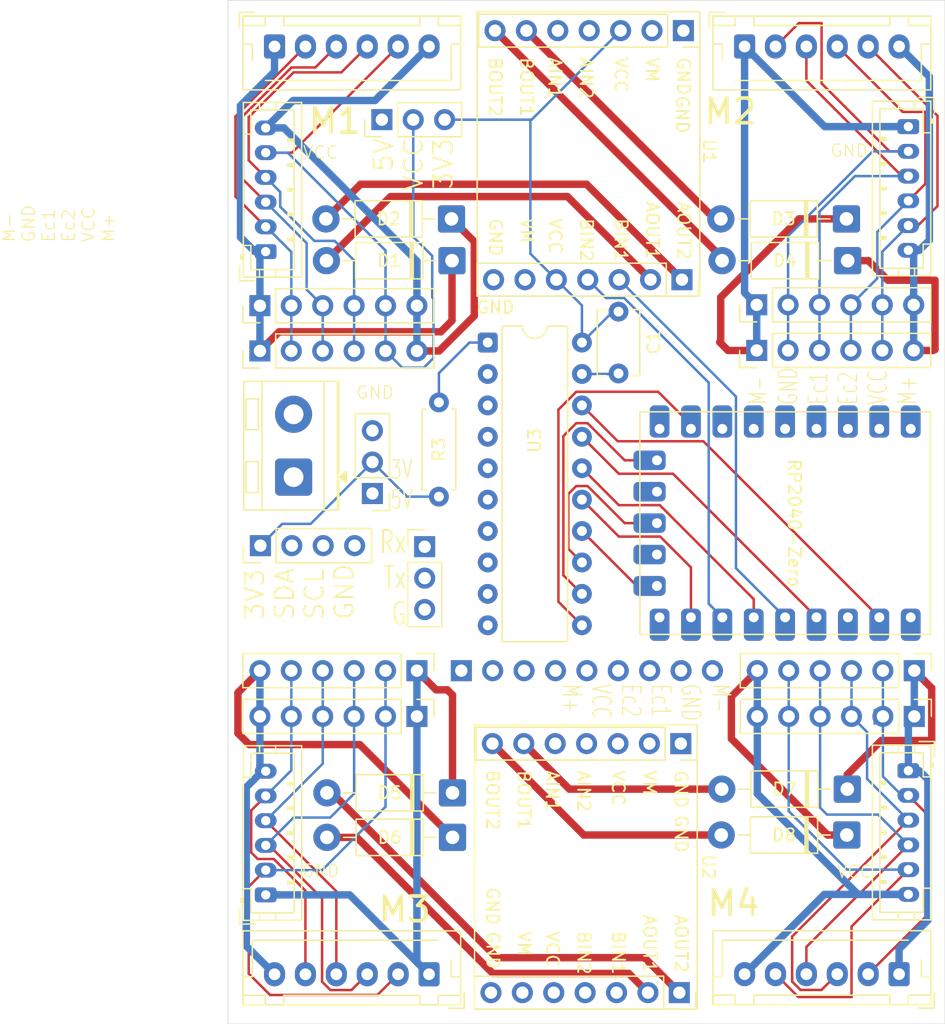
<source format=kicad_pcb>
(kicad_pcb (version 20241229) (generator "pcbnew") (generator_version "9.0")
  (layers (0 "F.Cu" signal) (4 "In1.Cu" signal) (6 "In2.Cu" signal) (2 "B.Cu" signal) (13 "F.Paste" user) (15 "B.Paste" user) (5 "F.SilkS" user "F.Silkscreen") (7 "B.SilkS" user "B.Silkscreen") (1 "F.Mask" user) (3 "B.Mask" user) (25 "Edge.Cuts" user))
  (net 0 "")
  (net 1 "/M1APWR")
  (net 2 "/M2APWR")
  (net 3 "/M2BPWR")
  (net 4 "/M3BPWR")
  (net 5 "/M3APWR")
  (net 6 "/M4APWR")
  (net 7 "/M4BPWR")
  (net 9 "+12V")
  (net 10 "/M2EA")
  (net 11 "/M2EB")
  (net 12 "+3V3")
  (net 13 "GND")
  (net 14 "/M3EB")
  (net 15 "/M3EA")
  (net 16 "/M4EB")
  (net 17 "/M4EA")
  (net 18 "/M1EB")
  (net 19 "/M1EA")
  (net 20 "/SCL1")
  (net 21 "/SDA1")
  (net 22 "/TX0")
  (net 23 "/RX0")
  (net 24 "+5V")
  (net 25 "/M2B")
  (net 26 "/M1B")
  (net 27 "/M1BPWR")
  (net 28 "/M1A")
  (net 29 "/M2A")
  (net 30 "/M3A")
  (net 31 "/M4B")
  (net 32 "/M4A")
  (net 33 "/M3B")
  (net 34 "/EncVCC")
  (net 35 "Net-(U3-DIR)")
  (net 36 "/PWM6B")
  (net 37 "/PWM0B")
  (net 38 "/PWM7B")
  (net 39 "/PWM3B")
  (net 40 "/PWM2B")
  (net 41 "/PWM1B")
  (net 42 "/PWM4B")
  (net 43 "/PWM5B")
  (net 44 "/M1APPWR")
  (net 45 "/M1BPPWR")
  (net 46 "/M2APPWR")
  (net 47 "/M2BPPWR")
  (net 48 "/M3APPWR")
  (net 49 "/M3BPPWR")
  (net 50 "/M4APPWR")
  (net 51 "/M4BPPWR")
  (footprint "JonLib:ScrewTerm_Oiyagai_01x02_5mm" (layer "F.Cu") (at 76.93 61.16 90)
    (property "Reference" "J1" (hide yes))
    (property "Value" "Screw_Terminal_01x02" (hide yes))
  )
  (footprint "RP2040-Zero-Kicad:RP2040-Zero" (layer "F.Cu") (at 104 54.72 -90)
    (property "Reference" "RZ1")
    (property "Value" "RP2040-Zero")
  )
  (footprint "Capacitor_THT:C_Disc_D5.1mm_W3.2mm_P5.00mm" (layer "F.Cu") (at 103.22 47.78 -90)
    (property "Reference" "C1")
    (property "Value" "0.01uF")
  )
  (footprint "Connector_PinHeader_2.54mm:PinHeader_1x06_P2.54mm_Vertical" (layer "F.Cu") (at 74.21 50.96 90)
    (property "Reference" "M1" (hide yes))
    (property "Value" "~" (hide yes))
  )
  (footprint "Connector_PinHeader_2.54mm:PinHeader_1x06_P2.54mm_Vertical" (layer "F.Cu") (at 127.15 76.81 -90)
    (property "Reference" "J4" (hide yes))
    (property "Value" "Conn_01x06_Pin" (hide yes))
  )
  (footprint "Connector_JST:JST_XH_B6B-XH-AM_1x06_P2.50mm_Vertical" (layer "F.Cu") (at 113.42 26.34)
    (property "Reference" "M2XH1" (hide yes))
    (property "Value" "~" (hide yes))
  )
  (footprint "Package_DIP:DIP-20_W7.62mm" (layer "F.Cu") (at 92.64 50.28)
    (property "Reference" "U3")
    (property "Value" "SN74LVC245APW" (hide yes))
  )
  (footprint "Connector_JST:JST_PH_B6B-PH-K_1x06_P2.00mm_Vertical" (layer "F.Cu") (at 74.68 94.94 90)
    (property "Reference" "M3PH1" (hide yes))
    (property "Value" "~" (hide yes))
  )
  (footprint "Connector_PinHeader_2.54mm:PinHeader_1x06_P2.54mm_Vertical" (layer "F.Cu") (at 127.15 80.51 -90)
    (property "Reference" "M4" (hide yes))
    (property "Value" "~" (hide yes))
  )
  (footprint "Connector_PinHeader_2.54mm:PinHeader_1x06_P2.54mm_Vertical" (layer "F.Cu") (at 86.91 76.81 -90)
    (property "Reference" "M3" (hide yes))
    (property "Value" "~" (hide yes))
  )
  (footprint "Connector_PinHeader_2.54mm:PinHeader_1x06_P2.54mm_Vertical" (layer "F.Cu") (at 114.4 50.92 90)
    (property "Reference" "M2" (hide yes))
    (property "Value" "~" (hide yes))
  )
  (footprint "Connector_PinHeader_2.54mm:PinHeader_1x04_P2.54mm_Vertical" (layer "F.Cu") (at 74.25 66.7 90)
    (property "Reference" "J6" (hide yes))
    (property "Value" "Conn_01x04_Pin" (hide yes))
  )
  (footprint "Diode_THT:D_DO-41_SOD81_P10.16mm_Horizontal" (layer "F.Cu") (at 89.79 86.69 180)
    (property "Reference" "D5")
    (property "Value" "1N4007" (hide yes))
  )
  (footprint "Connector_PinHeader_2.54mm:PinHeader_1x09_P2.54mm_Vertical" (layer "F.Cu") (at 90.5 76.81 90)
    (property "Reference" "UNCONNECTED1" (hide yes))
    (property "Value" "PinHeader_1x09_P2.54mm_Vertical" (hide yes))
  )
  (footprint "Diode_THT:D_DO-41_SOD81_P10.16mm_Horizontal" (layer "F.Cu") (at 121.66 40.28 180)
    (property "Reference" "D3")
    (property "Value" "1N4007" (hide yes))
  )
  (footprint "Connector_PinHeader_2.54mm:PinHeader_1x06_P2.54mm_Vertical" (layer "F.Cu") (at 86.91 80.51 -90)
    (property "Reference" "J3" (hide yes))
    (property "Value" "Conn_01x06_Pin" (hide yes))
  )
  (footprint "Connector_JST:JST_PH_B6B-PH-K_1x06_P2.00mm_Vertical" (layer "F.Cu") (at 74.676 42.926 90)
    (property "Reference" "M1PH1" (hide yes))
    (property "Value" "~" (hide yes))
  )
  (footprint "Diode_THT:D_DO-41_SOD81_P10.16mm_Horizontal" (layer "F.Cu") (at 89.79 90.29 180)
    (property "Reference" "D6")
    (property "Value" "1N4007" (hide yes))
  )
  (footprint "Connector_PinHeader_2.54mm:PinHeader_1x06_P2.54mm_Vertical" (layer "F.Cu") (at 114.4 47.23 90)
    (property "Reference" "J2" (hide yes))
    (property "Value" "Conn_01x06_Pin" (hide yes))
  )
  (footprint "Connector_PinHeader_2.54mm:PinHeader_1x03_P2.54mm_Vertical" (layer "F.Cu") (at 83.312 62.484 180)
    (property "Reference" "J8" (hide yes))
    (property "Value" "Conn_01x03_Pin" (hide yes))
  )
  (footprint "Connector_JST:JST_XH_B6B-XH-AM_1x06_P2.50mm_Vertical" (layer "F.Cu") (at 87.89 101.36 180)
    (property "Reference" "M3XH1" (hide yes))
    (property "Value" "~" (hide yes))
  )
  (footprint "Connector_JST:JST_XH_B6B-XH-AM_1x06_P2.50mm_Vertical" (layer "F.Cu") (at 75.39 26.34)
    (property "Reference" "M1XH1" (hide yes))
    (property "Value" "~" (hide yes))
  )
  (footprint "Connector_JST:JST_PH_B6B-PH-K_1x06_P2.00mm_Vertical" (layer "F.Cu") (at 126.67 32.82 -90)
    (property "Reference" "M2PH1" (hide yes))
    (property "Value" "~" (hide yes))
  )
  (footprint "Connector_JST:JST_XH_B6B-XH-AM_1x06_P2.50mm_Vertical" (layer "F.Cu") (at 125.92 101.35 180)
    (property "Reference" "M4XH1" (hide yes))
    (property "Value" "~" (hide yes))
  )
  (footprint "Diode_THT:D_DO-41_SOD81_P10.16mm_Horizontal" (layer "F.Cu") (at 89.71 40.28 180)
    (property "Reference" "D2")
    (property "Value" "1N4007" (hide yes))
  )
  (footprint "Connector_PinHeader_2.54mm:PinHeader_1x03_P2.54mm_Vertical" (layer "F.Cu") (at 84.074 32.258 90)
    (property "Reference" "J9" (hide yes))
    (property "Value" "Conn_01x03_Pin" (hide yes))
  )
  (footprint "Resistor_THT:R_Axial_DIN0207_L6.3mm_D2.5mm_P7.62mm_Horizontal" (layer "F.Cu") (at 88.69 62.74 90)
    (property "Reference" "R3")
    (property "Value" "4K7" (hide yes))
  )
  (footprint "JonLib:AT236x2" (layer "F.Cu") (at 100.79 35.025 -90)
    (property "Reference" "U1")
    (property "Value" "AT8236x2")
  )
  (footprint "Connector_PinHeader_2.54mm:PinHeader_1x03_P2.54mm_Vertical" (layer "F.Cu") (at 87.54 66.79)
    (property "Reference" "J7" (hide yes))
    (property "Value" "Conn_01x03_Pin" (hide yes))
  )
  (footprint "Connector_PinHeader_2.54mm:PinHeader_1x06_P2.54mm_Vertical" (layer "F.Cu") (at 74.21 47.3 90)
    (property "Reference" "J5" (hide yes))
    (property "Value" "Conn_01x06_Pin" (hide yes))
  )
  (footprint "Connector_JST:JST_PH_B6B-PH-K_1x06_P2.00mm_Vertical" (layer "F.Cu") (at 126.67 84.9 -90)
    (property "Reference" "M4PH1" (hide yes))
    (property "Value" "~" (hide yes))
  )
  (footprint "Diode_THT:D_DO-41_SOD81_P10.16mm_Horizontal" (layer "F.Cu") (at 121.76 43.66 180)
    (property "Reference" "D4")
    (property "Value" "1N4007" (hide yes))
  )
  (footprint "Diode_THT:D_DO-41_SOD81_P10.16mm_Horizontal" (layer "F.Cu") (at 121.73 86.39 180)
    (property "Reference" "D7")
    (property "Value" "1N4007" (hide yes))
  )
  (footprint "JonLib:AT236x2" (layer "F.Cu") (at 100.58 92.675 -90)
    (property "Reference" "U2")
    (property "Value" "AT8236x2")
  )
  (footprint "Diode_THT:D_DO-41_SOD81_P10.16mm_Horizontal" (layer "F.Cu") (at 89.75 43.66 180)
    (property "Reference" "D1")
    (property "Value" "1N4007" (hide yes))
  )
  (footprint "Diode_THT:D_DO-41_SOD81_P10.16mm_Horizontal" (layer "F.Cu") (at 121.69 90.1 180)
    (property "Reference" "D8")
    (property "Value" "1N4007" (hide yes))
  )
  (gr_rect (start 71.628 22.606) (end 129.628 105.376) (stroke (width 0.05)) (fill no) (layer "Edge.Cuts"))
  (gr_text "GND" (at 120.29 35.35 0) (layer "F.SilkS") (effects (font (size 1 1) (thickness 0.1)) (justify left bottom)))
  (gr_text "Rx\nTx\nG" (at 86.16 73.25 0) (layer "F.SilkS") (effects (font (size 1.8 1.2)) (justify right bottom)))
  (gr_text "GND" (at 81.932 54.91 0) (layer "F.SilkS") (effects (font (size 1 1) (thickness 0.1)) (justify left bottom)))
  (gr_text "3V3\nSDA\nSCL\nGND" (at 81.91 72.81 90) (layer "F.SilkS") (effects (font (size 1.5 1.5)) (justify left bottom)))
  (gr_text "M-\nGND\nEc1\nEc2\nVCC\nM+" (at 62.53 42.25 90) (layer "F.SilkS") (effects (font (size 1 1) (thickness 0.1)) (justify left bottom)))
  (gr_text "GND" (at 77.52 93.58 0) (layer "F.SilkS") (effects (font (size 1 1) (thickness 0.1)) (justify left bottom)))
  (gr_text "M2" (at 109.982 32.766 0) (layer "F.SilkS") (effects (font (size 2 2) (thickness 0.3)) (justify left bottom)))
  (gr_text "5V\nVCC\n3V3" (at 89.92 33.65 90) (layer "F.SilkS") (effects (font (size 1.5 1.5)) (justify right bottom)))
  (gr_text "M1" (at 77.978 33.528 0) (layer "F.SilkS") (effects (font (size 2 2) (thickness 0.3)) (justify left bottom)))
  (gr_text "VCC" (at 120.81 93.65 0) (layer "F.SilkS") (effects (font (size 1 1) (thickness 0.1)) (justify left bottom)))
  (gr_text "M-\nGND\nEc1\nEc2\nVCC\nM+" (at 98.53 77.79 270) (layer "F.SilkS") (effects (font (size 1.5 1) (thickness 0.1)) (justify left bottom)))
  (gr_text "M3" (at 83.63 97.29 0) (layer "F.SilkS") (effects (font (size 2 2) (thickness 0.3)) (justify left bottom)))
  (gr_text "M4" (at 110.236 96.774 0) (layer "F.SilkS") (effects (font (size 2 2) (thickness 0.3)) (justify left bottom)))
  (gr_text "M-\nGND\nEc1\nEc2\nVCC\nM+" (at 127.49 55.4 90) (layer "F.SilkS") (effects (font (size 1.5 1) (thickness 0.1)) (justify left bottom)))
  (gr_text "3V\n5V" (at 84.692 63.864 0) (layer "F.SilkS") (effects (font (size 1.5 1) (thickness 0.1)) (justify left bottom)))
  (gr_text "VCC" (at 77.62 35.49 0) (layer "F.SilkS") (effects (font (size 1 1) (thickness 0.1)) (justify left bottom)))
  (segment (start 105.812 45.195) (end 99.096 38.479) (width 0.6) (layer "F.Cu") (net 1))
  (segment (start 99.096 38.479) (end 84.771 38.479) (width 0.6) (layer "F.Cu") (net 1))
  (segment (start 84.771 38.479) (end 79.59 43.66) (width 0.6) (layer "F.Cu") (net 1))
  (segment (start 95.77 25.059) (end 110.991 40.28) (width 0.6) (layer "F.Cu") (net 2))
  (segment (start 110.991 40.28) (end 111.5 40.28) (width 0.6) (layer "F.Cu") (net 2))
  (segment (start 111.6 43.429) (end 111.6 43.66) (width 0.6) (layer "F.Cu") (net 3))
  (segment (start 93.23 25.059) (end 111.6 43.429) (width 0.6) (layer "F.Cu") (net 3))
  (segment (start 93.37 100.02) (end 80.04 86.69) (width 0.6) (layer "F.Cu") (net 4))
  (segment (start 80.04 86.69) (end 79.63 86.69) (width 0.6) (layer "F.Cu") (net 4))
  (segment (start 108.142 102.845) (end 105.317 100.02) (width 0.6) (layer "F.Cu") (net 4))
  (segment (start 105.317 100.02) (end 93.37 100.02) (width 0.6) (layer "F.Cu") (net 4))
  (segment (start 82.04776 90.29) (end 93.05176 101.294) (width 0.6) (layer "F.Cu") (net 5))
  (segment (start 79.63 90.29) (end 82.04776 90.29) (width 0.6) (layer "F.Cu") (net 5))
  (segment (start 104.051 101.294) (end 105.602 102.845) (width 0.6) (layer "F.Cu") (net 5))
  (segment (start 93.05176 101.294) (end 104.051 101.294) (width 0.6) (layer "F.Cu") (net 5))
  (segment (start 111.57 86.39) (end 99.241 86.39) (width 0.6) (layer "F.Cu") (net 6))
  (segment (start 99.241 86.39) (end 95.56 82.709) (width 0.6) (layer "F.Cu") (net 6))
  (segment (start 111.53 90.1) (end 100.411 90.1) (width 0.6) (layer "F.Cu") (net 7))
  (segment (start 100.411 90.1) (end 93.02 82.709) (width 0.6) (layer "F.Cu") (net 7))
  (segment (start 126.67 36.82) (end 126.145 36.82) (width 0.2) (layer "F.Cu") (net 10))
  (segment (start 118.42 29.095) (end 118.42 26.34) (width 0.2) (layer "F.Cu") (net 10))
  (segment (start 126.145 36.82) (end 118.42 29.095) (width 0.2) (layer "F.Cu") (net 10))
  (segment (start 119.48 39.690998) (end 122.350998 36.82) (width 0.2) (layer "B.Cu") (net 10))
  (segment (start 119.48 50.92) (end 119.48 47.23) (width 0.2) (layer "B.Cu") (net 10))
  (segment (start 122.350998 36.82) (end 126.67 36.82) (width 0.2) (layer "B.Cu") (net 10))
  (segment (start 119.48 47.23) (end 119.48 39.690998) (width 0.2) (layer "B.Cu") (net 10))
  (segment (start 128.01 31.63) (end 128.046 31.666) (width 0.2) (layer "F.Cu") (net 11))
  (segment (start 120.92 26.34) (end 126.21 31.63) (width 0.2) (layer "F.Cu") (net 11))
  (segment (start 126.21 31.63) (end 128.01 31.63) (width 0.2) (layer "F.Cu") (net 11))
  (segment (start 128.046 31.666) (end 128.046 37.444) (width 0.2) (layer "F.Cu") (net 11))
  (segment (start 128.046 37.444) (end 126.67 38.82) (width 0.2) (layer "F.Cu") (net 11))
  (segment (start 124.159 41.331) (end 126.67 38.82) (width 0.2) (layer "B.Cu") (net 11))
  (segment (start 124.159 45.091) (end 124.159 41.331) (width 0.2) (layer "B.Cu") (net 11))
  (segment (start 122.02 50.92) (end 122.02 47.23) (width 0.2) (layer "B.Cu") (net 11))
  (segment (start 122.02 47.23) (end 124.159 45.091) (width 0.2) (layer "B.Cu") (net 11))
  (segment (start 78.316 64.94) (end 76.01 64.94) (width 0.2) (layer "B.Cu") (net 12))
  (segment (start 100.26 50.28) (end 102.76 47.78) (width 0.2) (layer "B.Cu") (net 12))
  (segment (start 86.108 62.74) (end 88.69 62.74) (width 0.2) (layer "B.Cu") (net 12))
  (segment (start 96.09 43.093) (end 96.09 32.258) (width 0.2) (layer "B.Cu") (net 12))
  (segment (start 98.192 45.195) (end 96.09 43.093) (width 0.2) (layer "B.Cu") (net 12))
  (segment (start 76.01 64.94) (end 74.25 66.7) (width 0.2) (layer "B.Cu") (net 12))
  (segment (start 96.191 32.258) (end 103.39 25.059) (width 0.2) (layer "B.Cu") (net 12))
  (segment (start 102.76 47.78) (end 103.22 47.78) (width 0.2) (layer "B.Cu") (net 12))
  (segment (start 83.312 59.944) (end 78.316 64.94) (width 0.2) (layer "B.Cu") (net 12))
  (segment (start 83.312 59.944) (end 86.108 62.74) (width 0.2) (layer "B.Cu") (net 12))
  (segment (start 89.154 32.258) (end 96.09 32.258) (width 0.2) (layer "B.Cu") (net 12))
  (segment (start 96.09 32.258) (end 96.191 32.258) (width 0.2) (layer "B.Cu") (net 12))
  (segment (start 98.192 45.208) (end 100.26 47.276) (width 0.2) (layer "B.Cu") (net 12))
  (segment (start 100.26 47.276) (end 100.26 50.28) (width 0.2) (layer "B.Cu") (net 12))
  (segment (start 98.192 45.195) (end 98.192 45.208) (width 0.2) (layer "B.Cu") (net 12))
  (segment (start 72.229 32.001) (end 77.89 26.34) (width 0.2) (layer "F.Cu") (net 13))
  (segment (start 83.713 103.037) (end 85.39 101.36) (width 0.2) (layer "F.Cu") (net 13))
  (segment (start 126.67 34.82) (end 125.14724 34.82) (width 0.2) (layer "F.Cu") (net 13))
  (segment (start 73.304 94.271998) (end 73.304 101.309603) (width 0.2) (layer "F.Cu") (net 13))
  (segment (start 119.65 29.32276) (end 119.65 24.45) (width 0.2) (layer "F.Cu") (net 13))
  (segment (start 128.046 96.724) (end 128.046 88.276) (width 0.2) (layer "F.Cu") (net 13))
  (segment (start 72.229 38.479) (end 72.229 32.001) (width 0.2) (layer "F.Cu") (net 13))
  (segment (start 119.65 24.45) (end 117.81 24.45) (width 0.2) (layer "F.Cu") (net 13))
  (segment (start 74.68 92.94) (end 74.635998 92.94) (width 0.2) (layer "F.Cu") (net 13))
  (segment (start 75.031397 103.037) (end 83.713 103.037) (width 0.2) (layer "F.Cu") (net 13))
  (segment (start 73.304 101.309603) (end 75.031397 103.037) (width 0.2) (layer "F.Cu") (net 13))
  (segment (start 125.14724 34.82) (end 119.65 29.32276) (width 0.2) (layer "F.Cu") (net 13))
  (segment (start 128.046 88.276) (end 126.67 86.9) (width 0.2) (layer "F.Cu") (net 13))
  (segment (start 117.81 24.45) (end 115.92 26.34) (width 0.2) (layer "F.Cu") (net 13))
  (segment (start 74.635998 92.94) (end 73.304 94.271998) (width 0.2) (layer "F.Cu") (net 13))
  (segment (start 123.42 101.35) (end 128.046 96.724) (width 0.2) (layer "F.Cu") (net 13))
  (segment (start 74.676 40.926) (end 72.229 38.479) (width 0.2) (layer "F.Cu") (net 13))
  (segment (start 76.75 47.3) (end 76.75 42.955998) (width 0.2) (layer "B.Cu") (net 13))
  (segment (start 103.18 52.82) (end 103.22 52.78) (width 0.2) (layer "B.Cu") (net 13))
  (segment (start 74.720002 40.926) (end 74.676 40.926) (width 0.2) (layer "B.Cu") (net 13))
  (segment (start 124.61 80.42) (end 123.94 81.09) (width 0.2) (layer "B.Cu") (net 13))
  (segment (start 124.61 76.81) (end 124.61 80.51) (width 0.2) (layer "B.Cu") (net 13))
  (segment (start 116.94 50.92) (end 116.94 47.23) (width 0.2) (layer "B.Cu") (net 13))
  (segment (start 79.244156 92.94) (end 74.68 92.94) (width 0.2) (layer "B.Cu") (net 13))
  (segment (start 100.26 52.82) (end 103.18 52.82) (width 0.2) (layer "B.Cu") (net 13))
  (segment (start 124.61 80.51) (end 124.61 85.365) (width 0.2) (layer "B.Cu") (net 13))
  (segment (start 124.61 85.365) (end 126.145 86.9) (width 0.2) (layer "B.Cu") (net 13))
  (segment (start 84.37 76.81) (end 84.37 80.51) (width 0.2) (layer "B.Cu") (net 13))
  (segment (start 123.783898 34.82) (end 126.67 34.82) (width 0.2) (layer "B.Cu") (net 13))
  (segment (start 126.145 86.9) (end 126.67 86.9) (width 0.2) (layer "B.Cu") (net 13))
  (segment (start 76.75 50.96) (end 76.75 47.3) (width 0.2) (layer "B.Cu") (net 13))
  (segment (start 116.94 47.23) (end 116.94 41.663898) (width 0.2) (layer "B.Cu") (net 13))
  (segment (start 116.94 41.663898) (end 123.783898 34.82) (width 0.2) (layer "B.Cu") (net 13))
  (segment (start 76.75 42.955998) (end 74.720002 40.926) (width 0.2) (layer "B.Cu") (net 13))
  (segment (start 123.94 81.09) (end 123.94 80.001) (width 0.2) (layer "B.Cu") (net 13))
  (segment (start 84.37 87.814156) (end 79.244156 92.94) (width 0.2) (layer "B.Cu") (net 13))
  (segment (start 84.37 80.51) (end 84.37 87.814156) (width 0.2) (layer "B.Cu") (net 13))
  (segment (start 80.39 94.65) (end 74.68 88.94) (width 0.2) (layer "F.Cu") (net 14))
  (segment (start 80.39 101.36) (end 80.39 94.65) (width 0.2) (layer "F.Cu") (net 14))
  (segment (start 79.29 84.33) (end 74.68 88.94) (width 0.2) (layer "B.Cu") (net 14))
  (segment (start 79.29 80.51) (end 79.29 84.33) (width 0.2) (layer "B.Cu") (net 14))
  (segment (start 79.29 76.81) (end 79.29 80.51) (width 0.2) (layer "B.Cu") (net 14))
  (segment (start 79.91324 102.636) (end 81.614 102.636) (width 0.2) (layer "F.Cu") (net 15))
  (segment (start 74.955 90.94) (end 79.239 95.224) (width 0.2) (layer "F.Cu") (net 15))
  (segment (start 79.239 101.96176) (end 79.91324 102.636) (width 0.2) (layer "F.Cu") (net 15))
  (segment (start 74.68 90.94) (end 74.955 90.94) (width 0.2) (layer "F.Cu") (net 15))
  (segment (start 79.239 95.224) (end 79.239 101.96176) (width 0.2) (layer "F.Cu") (net 15))
  (segment (start 81.614 102.636) (end 82.89 101.36) (width 0.2) (layer "F.Cu") (net 15))
  (segment (start 81.83 76.81) (end 81.83 80.51) (width 0.2) (layer "B.Cu") (net 15))
  (segment (start 76.931 88.689) (end 74.68 90.94) (width 0.2) (layer "B.Cu") (net 15))
  (segment (start 81.83 80.51) (end 81.83 86.754156) (width 0.2) (layer "B.Cu") (net 15))
  (segment (start 81.83 86.754156) (end 79.895156 88.689) (width 0.2) (layer "B.Cu") (net 15))
  (segment (start 79.895156 88.689) (end 76.931 88.689) (width 0.2) (layer "B.Cu") (net 15))
  (segment (start 118.42 99.15) (end 118.42 101.35) (width 0.2) (layer "F.Cu") (net 16))
  (segment (start 126.67 90.9) (end 118.42 99.15) (width 0.2) (layer "F.Cu") (net 16))
  (segment (start 119.53 87.89) (end 120.089 88.449) (width 0.2) (layer "B.Cu") (net 16))
  (segment (start 119.53 76.81) (end 119.53 80.51) (width 0.2) (layer "B.Cu") (net 16))
  (segment (start 120.089 88.449) (end 124.219 88.449) (width 0.2) (layer "B.Cu") (net 16))
  (segment (start 119.53 80.51) (end 119.53 87.89) (width 0.2) (layer "B.Cu") (net 16))
  (segment (start 124.219 88.449) (end 126.67 90.9) (width 0.2) (layer "B.Cu") (net 16))
  (segment (start 117.269 98.301) (end 117.269 101.95176) (width 0.2) (layer "F.Cu") (net 17))
  (segment (start 119.644 102.626) (end 120.92 101.35) (width 0.2) (layer "F.Cu") (net 17))
  (segment (start 117.94324 102.626) (end 119.644 102.626) (width 0.2) (layer "F.Cu") (net 17))
  (segment (start 126.67 88.9) (end 117.269 98.301) (width 0.2) (layer "F.Cu") (net 17))
  (segment (start 117.269 101.95176) (end 117.94324 102.626) (width 0.2) (layer "F.Cu") (net 17))
  (segment (start 122.07 76.81) (end 122.07 80.51) (width 0.2) (layer "B.Cu") (net 17))
  (segment (start 123.331 81.771) (end 123.331 85.561) (width 0.2) (layer "B.Cu") (net 17))
  (segment (start 121.49 79.93) (end 122.07 80.51) (width 0.2) (layer "B.Cu") (net 17))
  (segment (start 122.07 76.81) (end 121.49 77.39) (width 0.2) (layer "B.Cu") (net 17))
  (segment (start 123.331 85.561) (end 126.67 88.9) (width 0.2) (layer "B.Cu") (net 17))
  (segment (start 122.07 80.51) (end 123.331 81.771) (width 0.2) (layer "B.Cu") (net 17))
  (segment (start 80.79545 28.43455) (end 82.89 26.34) (width 0.2) (layer "F.Cu") (net 18))
  (segment (start 73.3 35.55) (end 73.3 32.07) (width 0.2) (layer "F.Cu") (net 18))
  (segment (start 74.676 36.926) (end 73.3 35.55) (width 0.2) (layer "F.Cu") (net 18))
  (segment (start 76.92965 28.43455) (end 80.79545 28.43455) (width 0.2) (layer "F.Cu") (net 18))
  (segment (start 73.2971 32.0671) (end 76.92965 28.43455) (width 0.2) (layer "F.Cu") (net 18))
  (segment (start 73.3 32.07) (end 73.2971 32.0671) (width 0.2) (layer "F.Cu") (net 18))
  (segment (start 78.611794 42.059) (end 75.852 39.299206) (width 0.2) (layer "B.Cu") (net 18))
  (segment (start 81.83 50.96) (end 81.83 47.3) (width 0.2) (layer "B.Cu") (net 18))
  (segment (start 81.83 43.635844) (end 80.253156 42.059) (width 0.2) (layer "B.Cu") (net 18))
  (segment (start 80.253156 42.059) (end 78.611794 42.059) (width 0.2) (layer "B.Cu") (net 18))
  (segment (start 75.852 39.299206) (end 75.852 38.102) (width 0.2) (layer "B.Cu") (net 18))
  (segment (start 75.852 38.102) (end 74.676 36.926) (width 0.2) (layer "B.Cu") (net 18))
  (segment (start 81.83 47.3) (end 81.83 43.635844) (width 0.2) (layer "B.Cu") (net 18))
  (segment (start 74.676 38.926) (end 72.63 36.88) (width 0.2) (layer "F.Cu") (net 19))
  (segment (start 76.76355 28.03355) (end 78.69645 28.03355) (width 0.2) (layer "F.Cu") (net 19))
  (segment (start 72.63 32.1671) (end 76.76355 28.03355) (width 0.2) (layer "F.Cu") (net 19))
  (segment (start 78.69645 28.03355) (end 80.39 26.34) (width 0.2) (layer "F.Cu") (net 19))
  (segment (start 72.63 36.88) (end 72.63 32.1671) (width 0.2) (layer "F.Cu") (net 19))
  (segment (start 79.29 47.3) (end 77.989 45.999) (width 0.2) (layer "B.Cu") (net 19))
  (segment (start 77.989 45.999) (end 77.989 42.239) (width 0.2) (layer "B.Cu") (net 19))
  (segment (start 79.29 50.96) (end 79.29 47.3) (width 0.2) (layer "B.Cu") (net 19))
  (segment (start 77.989 42.239) (end 74.676 38.926) (width 0.2) (layer "B.Cu") (net 19))
  (segment (start 100.732 45.195) (end 102.216 46.679) (width 0.2) (layer "B.Cu") (net 25))
  (segment (start 110.5189 53.52185) (end 110.5189 71.3989) (width 0.2) (layer "B.Cu") (net 25))
  (segment (start 110.5189 71.3989) (end 111.62 72.5) (width 0.2) (layer "B.Cu") (net 25))
  (segment (start 103.67605 46.679) (end 110.5189 53.52185) (width 0.2) (layer "B.Cu") (net 25))
  (segment (start 102.216 46.679) (end 103.67605 46.679) (width 0.2) (layer "B.Cu") (net 25))
  (segment (start 82.352 37.478) (end 79.55 40.28) (width 0.6) (layer "F.Cu") (net 27))
  (segment (start 108.352 45.195) (end 100.635 37.478) (width 0.6) (layer "F.Cu") (net 27))
  (segment (start 100.635 37.478) (end 82.352 37.478) (width 0.6) (layer "F.Cu") (net 27))
  (segment (start 112.7211 68.5211) (end 116.7 72.5) (width 0.2) (layer "B.Cu") (net 29))
  (segment (start 103.272 45.195) (end 112.7211 54.6441) (width 0.2) (layer "B.Cu") (net 29))
  (segment (start 112.7211 54.6441) (end 112.7211 68.5211) (width 0.2) (layer "B.Cu") (net 29))
  (segment (start 122.071 97.499) (end 122.071 103.191) (width 0.2) (layer "F.Cu") (net 34))
  (segment (start 76.804 34.926) (end 85.39 26.34) (width 0.2) (layer "F.Cu") (net 34))
  (segment (start 126.67 92.9) (end 122.071 97.499) (width 0.2) (layer "F.Cu") (net 34))
  (segment (start 127.447 40.82) (end 126.67 40.82) (width 0.2) (layer "F.Cu") (net 34))
  (segment (start 73.504 91.511206) (end 74.031794 92.039) (width 0.2) (layer "F.Cu") (net 34))
  (segment (start 74.676 34.926) (end 76.804 34.926) (width 0.2) (layer "F.Cu") (net 34))
  (segment (start 123.42 26.34) (end 129.027 31.947) (width 0.2) (layer "F.Cu") (net 34))
  (segment (start 117.77 103.2) (end 115.92 101.35) (width 0.2) (layer "F.Cu") (net 34))
  (segment (start 129.027 31.947) (end 129.027 39.24) (width 0.2) (layer "F.Cu") (net 34))
  (segment (start 122.08 103.2) (end 117.77 103.2) (width 0.2) (layer "F.Cu") (net 34))
  (segment (start 74.68 86.94) (end 73.504 88.116) (width 0.2) (layer "F.Cu") (net 34))
  (segment (start 129.027 39.24) (end 127.447 40.82) (width 0.2) (layer "F.Cu") (net 34))
  (segment (start 77.89 94.600794) (end 77.89 101.36) (width 0.2) (layer "F.Cu") (net 34))
  (segment (start 73.504 88.116) (end 73.504 91.511206) (width 0.2) (layer "F.Cu") (net 34))
  (segment (start 75.328206 92.039) (end 77.89 94.600794) (width 0.2) (layer "F.Cu") (net 34))
  (segment (start 122.071 103.191) (end 122.08 103.2) (width 0.2) (layer "F.Cu") (net 34))
  (segment (start 74.031794 92.039) (end 75.328206 92.039) (width 0.2) (layer "F.Cu") (net 34))
  (segment (start 84.37 50.96) (end 84.37 47.3) (width 0.2) (layer "B.Cu") (net 34))
  (segment (start 116.99 76.81) (end 116.99 80.51) (width 0.2) (layer "B.Cu") (net 34))
  (segment (start 86.614 32.258) (end 86.614 41.734) (width 0.2) (layer "B.Cu") (net 34))
  (segment (start 88.149 43.269) (end 88.149 46.628397) (width 0.2) (layer "B.Cu") (net 34))
  (segment (start 76.75 76.81) (end 76.75 80.51) (width 0.2) (layer "B.Cu") (net 34))
  (segment (start 85.721 52.311) (end 84.37 50.96) (width 0.2) (layer "B.Cu") (net 34))
  (segment (start 84.37 47.3) (end 84.37 42.835844) (width 0.2) (layer "B.Cu") (net 34))
  (segment (start 87.469603 52.311) (end 85.721 52.311) (width 0.2) (layer "B.Cu") (net 34))
  (segment (start 88.261 51.519603) (end 87.469603 52.311) (width 0.2) (layer "B.Cu") (net 34))
  (segment (start 76.75 84.87) (end 74.68 86.94) (width 0.2) (layer "B.Cu") (net 34))
  (segment (start 121.720998 92.9) (end 126.67 92.9) (width 0.2) (layer "B.Cu") (net 34))
  (segment (start 124.56 47.23) (end 124.56 42.93) (width 0.2) (layer "B.Cu") (net 34))
  (segment (start 116.99 88.169002) (end 121.720998 92.9) (width 0.2) (layer "B.Cu") (net 34))
  (segment (start 76.460156 34.926) (end 74.676 34.926) (width 0.2) (layer "B.Cu") (net 34))
  (segment (start 88.261 46.740397) (end 88.261 51.519603) (width 0.2) (layer "B.Cu") (net 34))
  (segment (start 84.37 42.835844) (end 76.460156 34.926) (width 0.2) (layer "B.Cu") (net 34))
  (segment (start 116.99 80.51) (end 116.99 88.169002) (width 0.2) (layer "B.Cu") (net 34))
  (segment (start 124.56 42.93) (end 126.67 40.82) (width 0.2) (layer "B.Cu") (net 34))
  (segment (start 88.149 46.628397) (end 88.261 46.740397) (width 0.2) (layer "B.Cu") (net 34))
  (segment (start 86.614 41.734) (end 88.149 43.269) (width 0.2) (layer "B.Cu") (net 34))
  (segment (start 124.56 50.92) (end 124.56 47.23) (width 0.2) (layer "B.Cu") (net 34))
  (segment (start 76.75 80.51) (end 76.75 84.87) (width 0.2) (layer "B.Cu") (net 34))
  (segment (start 88.69 55.12) (end 88.69 52.75) (width 0.2) (layer "B.Cu") (net 35))
  (segment (start 91.16 50.28) (end 92.64 50.28) (width 0.2) (layer "B.Cu") (net 35))
  (segment (start 88.69 52.75) (end 91.16 50.28) (width 0.2) (layer "B.Cu") (net 35))
  (segment (start 98.758 57.84495) (end 98.758 69.098) (width 0.2) (layer "F.Cu") (net 36))
  (segment (start 106.33 59.8) (end 103.71705 59.8) (width 0.2) (layer "F.Cu") (net 36))
  (segment (start 98.758 69.098) (end 100.26 70.6) (width 0.2) (layer "F.Cu") (net 36))
  (segment (start 100.71605 56.799) (end 99.80395 56.799) (width 0.2) (layer "F.Cu") (net 36))
  (segment (start 103.71705 59.8) (end 100.71605 56.799) (width 0.2) (layer "F.Cu") (net 36))
  (segment (start 99.80395 56.799) (end 98.758 57.84495) (width 0.2) (layer "F.Cu") (net 36))
  (segment (start 103.161 58.261) (end 100.26 55.36) (width 0.2) (layer "F.Cu") (net 37))
  (segment (start 124.32 72.5) (end 110.081 58.261) (width 0.2) (layer "F.Cu") (net 37))
  (segment (start 110.081 58.261) (end 103.161 58.261) (width 0.2) (layer "F.Cu") (net 37))
  (segment (start 98.357 55.70595) (end 98.357 71.237) (width 0.2) (layer "F.Cu") (net 38))
  (segment (start 109.08 57.26) (end 109.08 56.908564) (width 0.2) (layer "F.Cu") (net 38))
  (segment (start 109.08 56.908564) (end 106.430436 54.259) (width 0.2) (layer "F.Cu") (net 38))
  (segment (start 98.357 71.237) (end 100.26 73.14) (width 0.2) (layer "F.Cu") (net 38))
  (segment (start 106.430436 54.259) (end 99.80395 54.259) (width 0.2) (layer "F.Cu") (net 38))
  (segment (start 99.80395 54.259) (end 98.357 55.70595) (width 0.2) (layer "F.Cu") (net 38))
  (segment (start 109.08 72.5) (end 109.08 68.46) (width 0.2) (layer "F.Cu") (net 39))
  (segment (start 106.5884 65.9684) (end 103.2484 65.9684) (width 0.2) (layer "F.Cu") (net 39))
  (segment (start 103.2484 65.9684) (end 100.26 62.98) (width 0.2) (layer "F.Cu") (net 39))
  (segment (start 109.08 68.46) (end 106.5884 65.9684) (width 0.2) (layer "F.Cu") (net 39))
  (segment (start 106.560856 63.4284) (end 103.2484 63.4284) (width 0.2) (layer "F.Cu") (net 40))
  (segment (start 114.16 72.5) (end 114.16 71.027544) (width 0.2) (layer "F.Cu") (net 40))
  (segment (start 103.2484 63.4284) (end 100.26 60.44) (width 0.2) (layer "F.Cu") (net 40))
  (segment (start 114.16 71.027544) (end 106.560856 63.4284) (width 0.2) (layer "F.Cu") (net 40))
  (segment (start 107.6284 60.8884) (end 103.2484 60.8884) (width 0.2) (layer "F.Cu") (net 41))
  (segment (start 119.24 72.5) (end 107.6284 60.8884) (width 0.2) (layer "F.Cu") (net 41))
  (segment (start 103.2484 60.8884) (end 100.26 57.9) (width 0.2) (layer "F.Cu") (net 41))
  (segment (start 106.33 69.96) (end 104.7 69.96) (width 0.2) (layer "F.Cu") (net 42))
  (segment (start 104.7 69.96) (end 100.26 65.52) (width 0.2) (layer "F.Cu") (net 42))
  (segment (start 99.159 66.959) (end 100.26 68.06) (width 0.2) (layer "F.Cu") (net 43))
  (segment (start 99.80395 61.879) (end 99.159 62.52395) (width 0.2) (layer "F.Cu") (net 43))
  (segment (start 99.159 62.52395) (end 99.159 66.959) (width 0.2) (layer "F.Cu") (net 43))
  (segment (start 103.71705 64.88) (end 100.71605 61.879) (width 0.2) (layer "F.Cu") (net 43))
  (segment (start 100.71605 61.879) (end 99.80395 61.879) (width 0.2) (layer "F.Cu") (net 43))
  (segment (start 106.33 64.88) (end 103.71705 64.88) (width 0.2) (layer "F.Cu") (net 43))
  (segment (start 75.761 49.409) (end 74.21 50.96) (width 0.6) (layer "F.Cu") (net 44))
  (segment (start 89.75 43.66) (end 89.75 48.504554) (width 0.6) (layer "F.Cu") (net 44))
  (segment (start 88.845554 49.409) (end 75.761 49.409) (width 0.6) (layer "F.Cu") (net 44))
  (segment (start 89.75 48.504554) (end 88.845554 49.409) (width 0.6) (layer "F.Cu") (net 44))
  (segment (start 72.639 31.11876) (end 75.39 28.36776) (width 0.6) (layer "B.Cu") (net 44))
  (segment (start 74.21 50.96) (end 74.21 47.3) (width 0.6) (layer "B.Cu") (net 44))
  (segment (start 74.676 42.926) (end 73.801 42.926) (width 0.6) (layer "B.Cu") (net 44))
  (segment (start 75.39 28.36776) (end 75.39 26.34) (width 0.6) (layer "B.Cu") (net 44))
  (segment (start 74.21 43.392) (end 74.676 42.926) (width 0.6) (layer "B.Cu") (net 44))
  (segment (start 74.21 47.3) (end 74.21 43.392) (width 0.6) (layer "B.Cu") (net 44))
  (segment (start 72.639 41.764) (end 72.639 31.11876) (width 0.6) (layer "B.Cu") (net 44))
  (segment (start 73.801 42.926) (end 72.639 41.764) (width 0.6) (layer "B.Cu") (net 44))
  (segment (start 88.710182 50.96) (end 86.91 50.96) (width 0.6) (layer "F.Cu") (net 45))
  (segment (start 89.71 40.28) (end 91.551 42.121) (width 0.6) (layer "F.Cu") (net 45))
  (segment (start 91.551 48.119182) (end 88.710182 50.96) (width 0.6) (layer "F.Cu") (net 45))
  (segment (start 91.551 42.121) (end 91.551 48.119182) (width 0.6) (layer "F.Cu") (net 45))
  (segment (start 86.91 50.96) (end 86.91 47.3) (width 0.6) (layer "B.Cu") (net 45))
  (segment (start 76.151 32.926) (end 74.676 32.926) (width 0.6) (layer "B.Cu") (net 45))
  (segment (start 86.91 43.685) (end 76.151 32.926) (width 0.6) (layer "B.Cu") (net 45))
  (segment (start 86.91 47.3) (end 86.91 43.685) (width 0.6) (layer "B.Cu") (net 45))
  (segment (start 74.676 32.926) (end 76.895 30.707) (width 0.6) (layer "B.Cu") (net 45))
  (segment (start 83.523 30.707) (end 87.89 26.34) (width 0.6) (layer "B.Cu") (net 45))
  (segment (start 76.895 30.707) (end 83.523 30.707) (width 0.6) (layer "B.Cu") (net 45))
  (segment (start 117.83 40.28) (end 111.49 46.62) (width 0.6) (layer "F.Cu") (net 46))
  (segment (start 112.08 50.92) (end 114.4 50.92) (width 0.6) (layer "F.Cu") (net 46))
  (segment (start 111.49 50.17) (end 111.41 50.25) (width 0.6) (layer "F.Cu") (net 46))
  (segment (start 111.41 50.25) (end 112.08 50.92) (width 0.6) (layer "F.Cu") (net 46))
  (segment (start 111.49 46.62) (end 111.49 50.17) (width 0.6) (layer "F.Cu") (net 46))
  (segment (start 121.66 40.28) (end 117.83 40.28) (width 0.6) (layer "F.Cu") (net 46))
  (segment (start 113.42 46.25) (end 113.42 26.34) (width 0.6) (layer "B.Cu") (net 46))
  (segment (start 119.9 32.82) (end 113.42 26.34) (width 0.6) (layer "B.Cu") (net 46))
  (segment (start 126.67 32.82) (end 119.9 32.82) (width 0.6) (layer "B.Cu") (net 46))
  (segment (start 114.4 47.23) (end 113.42 46.25) (width 0.6) (layer "B.Cu") (net 46))
  (segment (start 114.4 50.92) (end 114.4 47.23) (width 0.6) (layer "B.Cu") (net 46))
  (segment (start 121.76 43.66) (end 123.44 43.66) (width 0.6) (layer "F.Cu") (net 47))
  (segment (start 128.827 50.84) (end 128.76 50.84) (width 0.6) (layer "F.Cu") (net 47))
  (segment (start 125.02 45.24) (end 128.827 45.24) (width 0.6) (layer "F.Cu") (net 47))
  (segment (start 128.76 50.84) (end 128.68 50.92) (width 0.6) (layer "F.Cu") (net 47))
  (segment (start 128.827 45.24) (end 128.827 50.84) (width 0.6) (layer "F.Cu") (net 47))
  (segment (start 123.44 43.66) (end 125.02 45.24) (width 0.6) (layer "F.Cu") (net 47))
  (segment (start 128.68 50.92) (end 127.1 50.92) (width 0.6) (layer "F.Cu") (net 47))
  (segment (start 127.1 47.23) (end 127.1 43.25) (width 0.6) (layer "B.Cu") (net 47))
  (segment (start 127.1 43.25) (end 126.67 42.82) (width 0.6) (layer "B.Cu") (net 47))
  (segment (start 127.55 42.82) (end 128.37 42) (width 0.6) (layer "B.Cu") (net 47))
  (segment (start 128.37 28.79) (end 125.92 26.34) (width 0.6) (layer "B.Cu") (net 47))
  (segment (start 128.37 42) (end 128.37 28.79) (width 0.6) (layer "B.Cu") (net 47))
  (segment (start 127.1 50.92) (end 127.1 47.23) (width 0.6) (layer "B.Cu") (net 47))
  (segment (start 126.67 42.82) (end 127.55 42.82) (width 0.6) (layer "B.Cu") (net 47))
  (segment (start 89.79 86.69) (end 89.79 78.781) (width 0.6) (layer "F.Cu") (net 48))
  (segment (start 89.79 78.781) (end 89.37 78.361) (width 0.6) (layer "F.Cu") (net 48))
  (segment (start 88.461 78.361) (end 86.91 76.81) (width 0.6) (layer "F.Cu") (net 48))
  (segment (start 89.37 78.361) (end 88.461 78.361) (width 0.6) (layer "F.Cu") (net 48))
  (segment (start 86.91 76.81) (end 86.91 80.51) (width 0.6) (layer "B.Cu") (net 48))
  (segment (start 87.89 101.36) (end 81.47 94.94) (width 0.6) (layer "B.Cu") (net 48))
  (segment (start 81.47 94.94) (end 74.68 94.94) (width 0.6) (layer "B.Cu") (net 48))
  (segment (start 86.91 100.38) (end 87.89 101.36) (width 0.6) (layer "B.Cu") (net 48))
  (segment (start 86.91 80.51) (end 86.91 100.38) (width 0.6) (layer "B.Cu") (net 48))
  (segment (start 73.349 82.79) (end 82.29 82.79) (width 0.6) (layer "F.Cu") (net 49))
  (segment (start 72.429 81.87) (end 73.349 82.79) (width 0.6) (layer "F.Cu") (net 49))
  (segment (start 74.21 76.81) (end 72.429 78.591) (width 0.6) (layer "F.Cu") (net 49))
  (segment (start 72.429 78.591) (end 72.429 81.87) (width 0.6) (layer "F.Cu") (net 49))
  (segment (start 82.29 82.79) (end 89.79 90.29) (width 0.6) (layer "F.Cu") (net 49))
  (segment (start 73.104 99.074) (end 75.39 101.36) (width 0.6) (layer "B.Cu") (net 49))
  (segment (start 74.68 84.94) (end 74.405 84.94) (width 0.6) (layer "B.Cu") (net 49))
  (segment (start 74.21 80.51) (end 74.21 84.47) (width 0.6) (layer "B.Cu") (net 49))
  (segment (start 74.405 84.94) (end 73.104 86.241) (width 0.6) (layer "B.Cu") (net 49))
  (segment (start 73.104 86.241) (end 73.104 99.074) (width 0.6) (layer "B.Cu") (net 49))
  (segment (start 74.21 84.47) (end 74.68 84.94) (width 0.6) (layer "B.Cu") (net 49))
  (segment (start 74.21 76.81) (end 74.21 80.51) (width 0.6) (layer "B.Cu") (net 49))
  (segment (start 121.73 86.39) (end 121.73 85.21) (width 0.6) (layer "F.Cu") (net 50))
  (segment (start 128.56 82.46) (end 128.56 78.22) (width 0.6) (layer "F.Cu") (net 50))
  (segment (start 128.56 78.22) (end 127.15 76.81) (width 0.6) (layer "F.Cu") (net 50))
  (segment (start 121.73 85.21) (end 124.48 82.46) (width 0.6) (layer "F.Cu") (net 50))
  (segment (start 124.48 82.46) (end 128.56 82.46) (width 0.6) (layer "F.Cu") (net 50))
  (segment (start 126.67 84.9) (end 127.545 84.9) (width 0.6) (layer "B.Cu") (net 50))
  (segment (start 126.67 84.9) (end 126.67 80.99) (width 0.6) (layer "B.Cu") (net 50))
  (segment (start 126.67 80.99) (end 127.15 80.51) (width 0.6) (layer "B.Cu") (net 50))
  (segment (start 127.545 84.9) (end 128.246 85.601) (width 0.6) (layer "B.Cu") (net 50))
  (segment (start 127.15 76.81) (end 127.15 80.51) (width 0.6) (layer "B.Cu") (net 50))
  (segment (start 128.246 85.601) (end 128.246 96.99624) (width 0.6) (layer "B.Cu") (net 50))
  (segment (start 125.92 99.32224) (end 125.92 101.35) (width 0.6) (layer "B.Cu") (net 50))
  (segment (start 128.246 96.99624) (end 125.92 99.32224) (width 0.6) (layer "B.Cu") (net 50))
  (segment (start 120.14 90.1) (end 112.35 82.31) (width 0.6) (layer "F.Cu") (net 51))
  (segment (start 121.69 90.1) (end 120.14 90.1) (width 0.6) (layer "F.Cu") (net 51))
  (segment (start 112.35 82.31) (end 112.35 78.91) (width 0.6) (layer "F.Cu") (net 51))
  (segment (start 112.35 78.91) (end 114.45 76.81) (width 0.6) (layer "F.Cu") (net 51))
  (segment (start 114.45 80.51) (end 114.45 86.761787) (width 0.6) (layer "B.Cu") (net 51))
  (segment (start 119.87 94.9) (end 113.42 101.35) (width 0.6) (layer "B.Cu") (net 51))
  (segment (start 122.588213 94.9) (end 126.67 94.9) (width 0.6) (layer "B.Cu") (net 51))
  (segment (start 114.45 86.761787) (end 122.588213 94.9) (width 0.6) (layer "B.Cu") (net 51))
  (segment (start 126.67 94.9) (end 119.87 94.9) (width 0.6) (layer "B.Cu") (net 51))
  (segment (start 114.45 76.81) (end 114.45 80.51) (width 0.6) (layer "B.Cu") (net 51))
)
</source>
